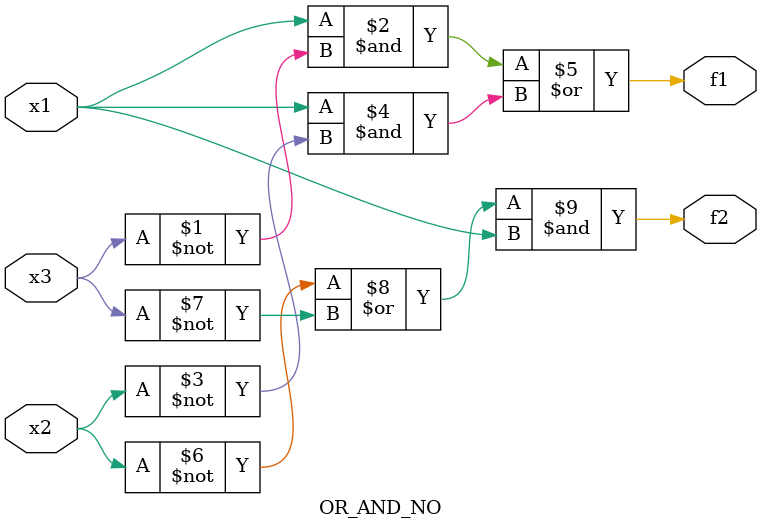
<source format=v>
module OR_AND_NO(x1,x2,x3,f1,f2); 
 input x1,x2,x3; 
 output f1,f2; 
 assign f1 = ( x1 & ~x3 )|( x1 & ~x2 ); 
 assign f2 = ( ~x2 | ~x3 )& x1;
endmodule 


</source>
